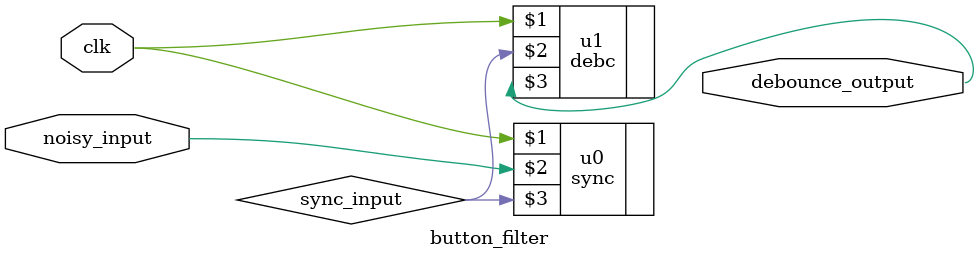
<source format=v>
`timescale 1ns / 1ps
module button_filter(
    input clk,
    input noisy_input,
    output debounce_output
    );

	wire sync_input;
	
	sync u0 (clk, noisy_input, sync_input);
	debc u1 (clk, sync_input, debounce_output);
	
endmodule

</source>
